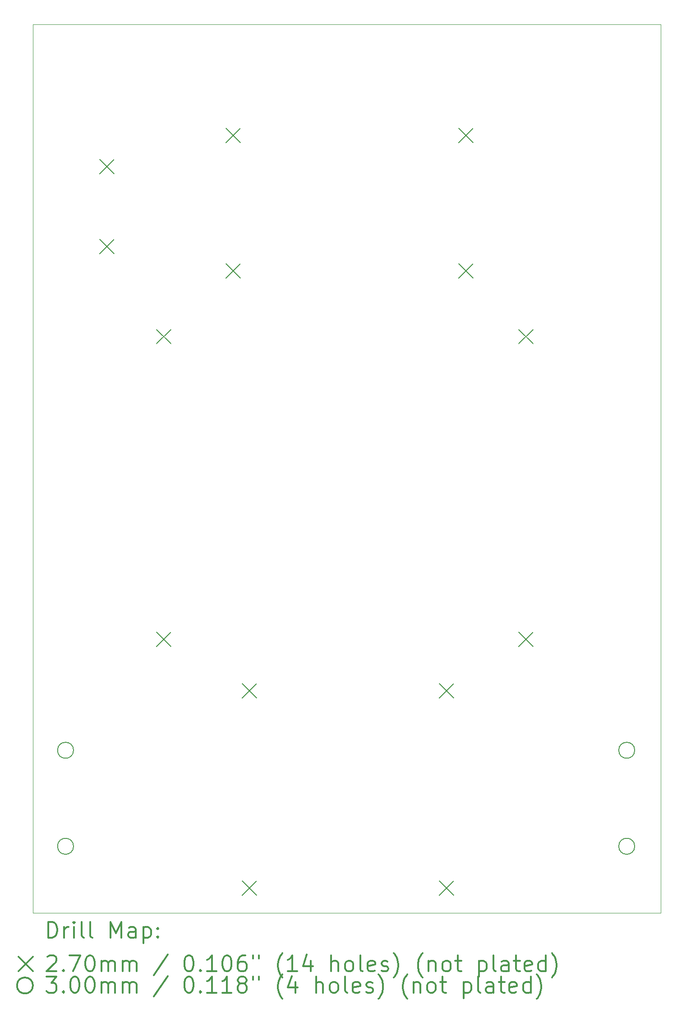
<source format=gbr>
%FSLAX45Y45*%
G04 Gerber Fmt 4.5, Leading zero omitted, Abs format (unit mm)*
G04 Created by KiCad (PCBNEW (5.1.9)-1) date 2021-05-12 16:02:21*
%MOMM*%
%LPD*%
G01*
G04 APERTURE LIST*
%TA.AperFunction,Profile*%
%ADD10C,0.050000*%
%TD*%
%ADD11C,0.200000*%
%ADD12C,0.300000*%
G04 APERTURE END LIST*
D10*
X4521200Y-22606000D02*
X5537200Y-22606000D01*
X4521200Y-22606000D02*
X4521200Y-7772400D01*
X6045200Y-22606000D02*
X5537200Y-22606000D01*
X16306800Y-22606000D02*
X6045200Y-22606000D01*
X16306800Y-5943600D02*
X16306800Y-22606000D01*
X16205200Y-5943600D02*
X16306800Y-5943600D01*
X4521200Y-5943600D02*
X16205200Y-5943600D01*
X4521200Y-6096000D02*
X4521200Y-5943600D01*
X4521200Y-7772400D02*
X4521200Y-6096000D01*
D11*
X5773800Y-8474200D02*
X6043800Y-8744200D01*
X6043800Y-8474200D02*
X5773800Y-8744200D01*
X5773800Y-9974200D02*
X6043800Y-10244200D01*
X6043800Y-9974200D02*
X5773800Y-10244200D01*
X6839000Y-11665800D02*
X7109000Y-11935800D01*
X7109000Y-11665800D02*
X6839000Y-11935800D01*
X6839000Y-17340200D02*
X7109000Y-17610200D01*
X7109000Y-17340200D02*
X6839000Y-17610200D01*
X8145400Y-7891400D02*
X8415400Y-8161400D01*
X8415400Y-7891400D02*
X8145400Y-8161400D01*
X8145400Y-10431400D02*
X8415400Y-10701400D01*
X8415400Y-10431400D02*
X8145400Y-10701400D01*
X8450200Y-18305400D02*
X8720200Y-18575400D01*
X8720200Y-18305400D02*
X8450200Y-18575400D01*
X8450200Y-22005400D02*
X8720200Y-22275400D01*
X8720200Y-22005400D02*
X8450200Y-22275400D01*
X12150200Y-18305400D02*
X12420200Y-18575400D01*
X12420200Y-18305400D02*
X12150200Y-18575400D01*
X12150200Y-22005400D02*
X12420200Y-22275400D01*
X12420200Y-22005400D02*
X12150200Y-22275400D01*
X12514200Y-7891400D02*
X12784200Y-8161400D01*
X12784200Y-7891400D02*
X12514200Y-8161400D01*
X12514200Y-10431400D02*
X12784200Y-10701400D01*
X12784200Y-10431400D02*
X12514200Y-10701400D01*
X13639000Y-11665800D02*
X13909000Y-11935800D01*
X13909000Y-11665800D02*
X13639000Y-11935800D01*
X13639000Y-17340200D02*
X13909000Y-17610200D01*
X13909000Y-17340200D02*
X13639000Y-17610200D01*
X5280800Y-19558000D02*
G75*
G03*
X5280800Y-19558000I-150000J0D01*
G01*
X5280800Y-21358000D02*
G75*
G03*
X5280800Y-21358000I-150000J0D01*
G01*
X15815400Y-19558000D02*
G75*
G03*
X15815400Y-19558000I-150000J0D01*
G01*
X15815400Y-21358000D02*
G75*
G03*
X15815400Y-21358000I-150000J0D01*
G01*
D12*
X4805128Y-23074214D02*
X4805128Y-22774214D01*
X4876557Y-22774214D01*
X4919414Y-22788500D01*
X4947986Y-22817071D01*
X4962271Y-22845643D01*
X4976557Y-22902786D01*
X4976557Y-22945643D01*
X4962271Y-23002786D01*
X4947986Y-23031357D01*
X4919414Y-23059929D01*
X4876557Y-23074214D01*
X4805128Y-23074214D01*
X5105128Y-23074214D02*
X5105128Y-22874214D01*
X5105128Y-22931357D02*
X5119414Y-22902786D01*
X5133700Y-22888500D01*
X5162271Y-22874214D01*
X5190843Y-22874214D01*
X5290843Y-23074214D02*
X5290843Y-22874214D01*
X5290843Y-22774214D02*
X5276557Y-22788500D01*
X5290843Y-22802786D01*
X5305128Y-22788500D01*
X5290843Y-22774214D01*
X5290843Y-22802786D01*
X5476557Y-23074214D02*
X5447986Y-23059929D01*
X5433700Y-23031357D01*
X5433700Y-22774214D01*
X5633700Y-23074214D02*
X5605128Y-23059929D01*
X5590843Y-23031357D01*
X5590843Y-22774214D01*
X5976557Y-23074214D02*
X5976557Y-22774214D01*
X6076557Y-22988500D01*
X6176557Y-22774214D01*
X6176557Y-23074214D01*
X6447986Y-23074214D02*
X6447986Y-22917071D01*
X6433700Y-22888500D01*
X6405128Y-22874214D01*
X6347986Y-22874214D01*
X6319414Y-22888500D01*
X6447986Y-23059929D02*
X6419414Y-23074214D01*
X6347986Y-23074214D01*
X6319414Y-23059929D01*
X6305128Y-23031357D01*
X6305128Y-23002786D01*
X6319414Y-22974214D01*
X6347986Y-22959929D01*
X6419414Y-22959929D01*
X6447986Y-22945643D01*
X6590843Y-22874214D02*
X6590843Y-23174214D01*
X6590843Y-22888500D02*
X6619414Y-22874214D01*
X6676557Y-22874214D01*
X6705128Y-22888500D01*
X6719414Y-22902786D01*
X6733700Y-22931357D01*
X6733700Y-23017071D01*
X6719414Y-23045643D01*
X6705128Y-23059929D01*
X6676557Y-23074214D01*
X6619414Y-23074214D01*
X6590843Y-23059929D01*
X6862271Y-23045643D02*
X6876557Y-23059929D01*
X6862271Y-23074214D01*
X6847986Y-23059929D01*
X6862271Y-23045643D01*
X6862271Y-23074214D01*
X6862271Y-22888500D02*
X6876557Y-22902786D01*
X6862271Y-22917071D01*
X6847986Y-22902786D01*
X6862271Y-22888500D01*
X6862271Y-22917071D01*
X4248700Y-23433500D02*
X4518700Y-23703500D01*
X4518700Y-23433500D02*
X4248700Y-23703500D01*
X4790843Y-23432786D02*
X4805128Y-23418500D01*
X4833700Y-23404214D01*
X4905128Y-23404214D01*
X4933700Y-23418500D01*
X4947986Y-23432786D01*
X4962271Y-23461357D01*
X4962271Y-23489929D01*
X4947986Y-23532786D01*
X4776557Y-23704214D01*
X4962271Y-23704214D01*
X5090843Y-23675643D02*
X5105128Y-23689929D01*
X5090843Y-23704214D01*
X5076557Y-23689929D01*
X5090843Y-23675643D01*
X5090843Y-23704214D01*
X5205128Y-23404214D02*
X5405128Y-23404214D01*
X5276557Y-23704214D01*
X5576557Y-23404214D02*
X5605128Y-23404214D01*
X5633700Y-23418500D01*
X5647986Y-23432786D01*
X5662271Y-23461357D01*
X5676557Y-23518500D01*
X5676557Y-23589929D01*
X5662271Y-23647071D01*
X5647986Y-23675643D01*
X5633700Y-23689929D01*
X5605128Y-23704214D01*
X5576557Y-23704214D01*
X5547986Y-23689929D01*
X5533700Y-23675643D01*
X5519414Y-23647071D01*
X5505128Y-23589929D01*
X5505128Y-23518500D01*
X5519414Y-23461357D01*
X5533700Y-23432786D01*
X5547986Y-23418500D01*
X5576557Y-23404214D01*
X5805128Y-23704214D02*
X5805128Y-23504214D01*
X5805128Y-23532786D02*
X5819414Y-23518500D01*
X5847986Y-23504214D01*
X5890843Y-23504214D01*
X5919414Y-23518500D01*
X5933700Y-23547071D01*
X5933700Y-23704214D01*
X5933700Y-23547071D02*
X5947986Y-23518500D01*
X5976557Y-23504214D01*
X6019414Y-23504214D01*
X6047986Y-23518500D01*
X6062271Y-23547071D01*
X6062271Y-23704214D01*
X6205128Y-23704214D02*
X6205128Y-23504214D01*
X6205128Y-23532786D02*
X6219414Y-23518500D01*
X6247986Y-23504214D01*
X6290843Y-23504214D01*
X6319414Y-23518500D01*
X6333700Y-23547071D01*
X6333700Y-23704214D01*
X6333700Y-23547071D02*
X6347986Y-23518500D01*
X6376557Y-23504214D01*
X6419414Y-23504214D01*
X6447986Y-23518500D01*
X6462271Y-23547071D01*
X6462271Y-23704214D01*
X7047986Y-23389929D02*
X6790843Y-23775643D01*
X7433700Y-23404214D02*
X7462271Y-23404214D01*
X7490843Y-23418500D01*
X7505128Y-23432786D01*
X7519414Y-23461357D01*
X7533700Y-23518500D01*
X7533700Y-23589929D01*
X7519414Y-23647071D01*
X7505128Y-23675643D01*
X7490843Y-23689929D01*
X7462271Y-23704214D01*
X7433700Y-23704214D01*
X7405128Y-23689929D01*
X7390843Y-23675643D01*
X7376557Y-23647071D01*
X7362271Y-23589929D01*
X7362271Y-23518500D01*
X7376557Y-23461357D01*
X7390843Y-23432786D01*
X7405128Y-23418500D01*
X7433700Y-23404214D01*
X7662271Y-23675643D02*
X7676557Y-23689929D01*
X7662271Y-23704214D01*
X7647986Y-23689929D01*
X7662271Y-23675643D01*
X7662271Y-23704214D01*
X7962271Y-23704214D02*
X7790843Y-23704214D01*
X7876557Y-23704214D02*
X7876557Y-23404214D01*
X7847986Y-23447071D01*
X7819414Y-23475643D01*
X7790843Y-23489929D01*
X8147986Y-23404214D02*
X8176557Y-23404214D01*
X8205128Y-23418500D01*
X8219414Y-23432786D01*
X8233700Y-23461357D01*
X8247986Y-23518500D01*
X8247986Y-23589929D01*
X8233700Y-23647071D01*
X8219414Y-23675643D01*
X8205128Y-23689929D01*
X8176557Y-23704214D01*
X8147986Y-23704214D01*
X8119414Y-23689929D01*
X8105128Y-23675643D01*
X8090843Y-23647071D01*
X8076557Y-23589929D01*
X8076557Y-23518500D01*
X8090843Y-23461357D01*
X8105128Y-23432786D01*
X8119414Y-23418500D01*
X8147986Y-23404214D01*
X8505128Y-23404214D02*
X8447986Y-23404214D01*
X8419414Y-23418500D01*
X8405128Y-23432786D01*
X8376557Y-23475643D01*
X8362271Y-23532786D01*
X8362271Y-23647071D01*
X8376557Y-23675643D01*
X8390843Y-23689929D01*
X8419414Y-23704214D01*
X8476557Y-23704214D01*
X8505128Y-23689929D01*
X8519414Y-23675643D01*
X8533700Y-23647071D01*
X8533700Y-23575643D01*
X8519414Y-23547071D01*
X8505128Y-23532786D01*
X8476557Y-23518500D01*
X8419414Y-23518500D01*
X8390843Y-23532786D01*
X8376557Y-23547071D01*
X8362271Y-23575643D01*
X8647986Y-23404214D02*
X8647986Y-23461357D01*
X8762271Y-23404214D02*
X8762271Y-23461357D01*
X9205128Y-23818500D02*
X9190843Y-23804214D01*
X9162271Y-23761357D01*
X9147986Y-23732786D01*
X9133700Y-23689929D01*
X9119414Y-23618500D01*
X9119414Y-23561357D01*
X9133700Y-23489929D01*
X9147986Y-23447071D01*
X9162271Y-23418500D01*
X9190843Y-23375643D01*
X9205128Y-23361357D01*
X9476557Y-23704214D02*
X9305128Y-23704214D01*
X9390843Y-23704214D02*
X9390843Y-23404214D01*
X9362271Y-23447071D01*
X9333700Y-23475643D01*
X9305128Y-23489929D01*
X9733700Y-23504214D02*
X9733700Y-23704214D01*
X9662271Y-23389929D02*
X9590843Y-23604214D01*
X9776557Y-23604214D01*
X10119414Y-23704214D02*
X10119414Y-23404214D01*
X10247986Y-23704214D02*
X10247986Y-23547071D01*
X10233700Y-23518500D01*
X10205128Y-23504214D01*
X10162271Y-23504214D01*
X10133700Y-23518500D01*
X10119414Y-23532786D01*
X10433700Y-23704214D02*
X10405128Y-23689929D01*
X10390843Y-23675643D01*
X10376557Y-23647071D01*
X10376557Y-23561357D01*
X10390843Y-23532786D01*
X10405128Y-23518500D01*
X10433700Y-23504214D01*
X10476557Y-23504214D01*
X10505128Y-23518500D01*
X10519414Y-23532786D01*
X10533700Y-23561357D01*
X10533700Y-23647071D01*
X10519414Y-23675643D01*
X10505128Y-23689929D01*
X10476557Y-23704214D01*
X10433700Y-23704214D01*
X10705128Y-23704214D02*
X10676557Y-23689929D01*
X10662271Y-23661357D01*
X10662271Y-23404214D01*
X10933700Y-23689929D02*
X10905128Y-23704214D01*
X10847986Y-23704214D01*
X10819414Y-23689929D01*
X10805128Y-23661357D01*
X10805128Y-23547071D01*
X10819414Y-23518500D01*
X10847986Y-23504214D01*
X10905128Y-23504214D01*
X10933700Y-23518500D01*
X10947986Y-23547071D01*
X10947986Y-23575643D01*
X10805128Y-23604214D01*
X11062271Y-23689929D02*
X11090843Y-23704214D01*
X11147986Y-23704214D01*
X11176557Y-23689929D01*
X11190843Y-23661357D01*
X11190843Y-23647071D01*
X11176557Y-23618500D01*
X11147986Y-23604214D01*
X11105128Y-23604214D01*
X11076557Y-23589929D01*
X11062271Y-23561357D01*
X11062271Y-23547071D01*
X11076557Y-23518500D01*
X11105128Y-23504214D01*
X11147986Y-23504214D01*
X11176557Y-23518500D01*
X11290843Y-23818500D02*
X11305128Y-23804214D01*
X11333700Y-23761357D01*
X11347986Y-23732786D01*
X11362271Y-23689929D01*
X11376557Y-23618500D01*
X11376557Y-23561357D01*
X11362271Y-23489929D01*
X11347986Y-23447071D01*
X11333700Y-23418500D01*
X11305128Y-23375643D01*
X11290843Y-23361357D01*
X11833700Y-23818500D02*
X11819414Y-23804214D01*
X11790843Y-23761357D01*
X11776557Y-23732786D01*
X11762271Y-23689929D01*
X11747986Y-23618500D01*
X11747986Y-23561357D01*
X11762271Y-23489929D01*
X11776557Y-23447071D01*
X11790843Y-23418500D01*
X11819414Y-23375643D01*
X11833700Y-23361357D01*
X11947986Y-23504214D02*
X11947986Y-23704214D01*
X11947986Y-23532786D02*
X11962271Y-23518500D01*
X11990843Y-23504214D01*
X12033700Y-23504214D01*
X12062271Y-23518500D01*
X12076557Y-23547071D01*
X12076557Y-23704214D01*
X12262271Y-23704214D02*
X12233700Y-23689929D01*
X12219414Y-23675643D01*
X12205128Y-23647071D01*
X12205128Y-23561357D01*
X12219414Y-23532786D01*
X12233700Y-23518500D01*
X12262271Y-23504214D01*
X12305128Y-23504214D01*
X12333700Y-23518500D01*
X12347986Y-23532786D01*
X12362271Y-23561357D01*
X12362271Y-23647071D01*
X12347986Y-23675643D01*
X12333700Y-23689929D01*
X12305128Y-23704214D01*
X12262271Y-23704214D01*
X12447986Y-23504214D02*
X12562271Y-23504214D01*
X12490843Y-23404214D02*
X12490843Y-23661357D01*
X12505128Y-23689929D01*
X12533700Y-23704214D01*
X12562271Y-23704214D01*
X12890843Y-23504214D02*
X12890843Y-23804214D01*
X12890843Y-23518500D02*
X12919414Y-23504214D01*
X12976557Y-23504214D01*
X13005128Y-23518500D01*
X13019414Y-23532786D01*
X13033700Y-23561357D01*
X13033700Y-23647071D01*
X13019414Y-23675643D01*
X13005128Y-23689929D01*
X12976557Y-23704214D01*
X12919414Y-23704214D01*
X12890843Y-23689929D01*
X13205128Y-23704214D02*
X13176557Y-23689929D01*
X13162271Y-23661357D01*
X13162271Y-23404214D01*
X13447986Y-23704214D02*
X13447986Y-23547071D01*
X13433700Y-23518500D01*
X13405128Y-23504214D01*
X13347986Y-23504214D01*
X13319414Y-23518500D01*
X13447986Y-23689929D02*
X13419414Y-23704214D01*
X13347986Y-23704214D01*
X13319414Y-23689929D01*
X13305128Y-23661357D01*
X13305128Y-23632786D01*
X13319414Y-23604214D01*
X13347986Y-23589929D01*
X13419414Y-23589929D01*
X13447986Y-23575643D01*
X13547986Y-23504214D02*
X13662271Y-23504214D01*
X13590843Y-23404214D02*
X13590843Y-23661357D01*
X13605128Y-23689929D01*
X13633700Y-23704214D01*
X13662271Y-23704214D01*
X13876557Y-23689929D02*
X13847986Y-23704214D01*
X13790843Y-23704214D01*
X13762271Y-23689929D01*
X13747986Y-23661357D01*
X13747986Y-23547071D01*
X13762271Y-23518500D01*
X13790843Y-23504214D01*
X13847986Y-23504214D01*
X13876557Y-23518500D01*
X13890843Y-23547071D01*
X13890843Y-23575643D01*
X13747986Y-23604214D01*
X14147986Y-23704214D02*
X14147986Y-23404214D01*
X14147986Y-23689929D02*
X14119414Y-23704214D01*
X14062271Y-23704214D01*
X14033700Y-23689929D01*
X14019414Y-23675643D01*
X14005128Y-23647071D01*
X14005128Y-23561357D01*
X14019414Y-23532786D01*
X14033700Y-23518500D01*
X14062271Y-23504214D01*
X14119414Y-23504214D01*
X14147986Y-23518500D01*
X14262271Y-23818500D02*
X14276557Y-23804214D01*
X14305128Y-23761357D01*
X14319414Y-23732786D01*
X14333700Y-23689929D01*
X14347986Y-23618500D01*
X14347986Y-23561357D01*
X14333700Y-23489929D01*
X14319414Y-23447071D01*
X14305128Y-23418500D01*
X14276557Y-23375643D01*
X14262271Y-23361357D01*
X4518700Y-23968500D02*
G75*
G03*
X4518700Y-23968500I-150000J0D01*
G01*
X4776557Y-23804214D02*
X4962271Y-23804214D01*
X4862271Y-23918500D01*
X4905128Y-23918500D01*
X4933700Y-23932786D01*
X4947986Y-23947071D01*
X4962271Y-23975643D01*
X4962271Y-24047071D01*
X4947986Y-24075643D01*
X4933700Y-24089929D01*
X4905128Y-24104214D01*
X4819414Y-24104214D01*
X4790843Y-24089929D01*
X4776557Y-24075643D01*
X5090843Y-24075643D02*
X5105128Y-24089929D01*
X5090843Y-24104214D01*
X5076557Y-24089929D01*
X5090843Y-24075643D01*
X5090843Y-24104214D01*
X5290843Y-23804214D02*
X5319414Y-23804214D01*
X5347986Y-23818500D01*
X5362271Y-23832786D01*
X5376557Y-23861357D01*
X5390843Y-23918500D01*
X5390843Y-23989929D01*
X5376557Y-24047071D01*
X5362271Y-24075643D01*
X5347986Y-24089929D01*
X5319414Y-24104214D01*
X5290843Y-24104214D01*
X5262271Y-24089929D01*
X5247986Y-24075643D01*
X5233700Y-24047071D01*
X5219414Y-23989929D01*
X5219414Y-23918500D01*
X5233700Y-23861357D01*
X5247986Y-23832786D01*
X5262271Y-23818500D01*
X5290843Y-23804214D01*
X5576557Y-23804214D02*
X5605128Y-23804214D01*
X5633700Y-23818500D01*
X5647986Y-23832786D01*
X5662271Y-23861357D01*
X5676557Y-23918500D01*
X5676557Y-23989929D01*
X5662271Y-24047071D01*
X5647986Y-24075643D01*
X5633700Y-24089929D01*
X5605128Y-24104214D01*
X5576557Y-24104214D01*
X5547986Y-24089929D01*
X5533700Y-24075643D01*
X5519414Y-24047071D01*
X5505128Y-23989929D01*
X5505128Y-23918500D01*
X5519414Y-23861357D01*
X5533700Y-23832786D01*
X5547986Y-23818500D01*
X5576557Y-23804214D01*
X5805128Y-24104214D02*
X5805128Y-23904214D01*
X5805128Y-23932786D02*
X5819414Y-23918500D01*
X5847986Y-23904214D01*
X5890843Y-23904214D01*
X5919414Y-23918500D01*
X5933700Y-23947071D01*
X5933700Y-24104214D01*
X5933700Y-23947071D02*
X5947986Y-23918500D01*
X5976557Y-23904214D01*
X6019414Y-23904214D01*
X6047986Y-23918500D01*
X6062271Y-23947071D01*
X6062271Y-24104214D01*
X6205128Y-24104214D02*
X6205128Y-23904214D01*
X6205128Y-23932786D02*
X6219414Y-23918500D01*
X6247986Y-23904214D01*
X6290843Y-23904214D01*
X6319414Y-23918500D01*
X6333700Y-23947071D01*
X6333700Y-24104214D01*
X6333700Y-23947071D02*
X6347986Y-23918500D01*
X6376557Y-23904214D01*
X6419414Y-23904214D01*
X6447986Y-23918500D01*
X6462271Y-23947071D01*
X6462271Y-24104214D01*
X7047986Y-23789929D02*
X6790843Y-24175643D01*
X7433700Y-23804214D02*
X7462271Y-23804214D01*
X7490843Y-23818500D01*
X7505128Y-23832786D01*
X7519414Y-23861357D01*
X7533700Y-23918500D01*
X7533700Y-23989929D01*
X7519414Y-24047071D01*
X7505128Y-24075643D01*
X7490843Y-24089929D01*
X7462271Y-24104214D01*
X7433700Y-24104214D01*
X7405128Y-24089929D01*
X7390843Y-24075643D01*
X7376557Y-24047071D01*
X7362271Y-23989929D01*
X7362271Y-23918500D01*
X7376557Y-23861357D01*
X7390843Y-23832786D01*
X7405128Y-23818500D01*
X7433700Y-23804214D01*
X7662271Y-24075643D02*
X7676557Y-24089929D01*
X7662271Y-24104214D01*
X7647986Y-24089929D01*
X7662271Y-24075643D01*
X7662271Y-24104214D01*
X7962271Y-24104214D02*
X7790843Y-24104214D01*
X7876557Y-24104214D02*
X7876557Y-23804214D01*
X7847986Y-23847071D01*
X7819414Y-23875643D01*
X7790843Y-23889929D01*
X8247986Y-24104214D02*
X8076557Y-24104214D01*
X8162271Y-24104214D02*
X8162271Y-23804214D01*
X8133700Y-23847071D01*
X8105128Y-23875643D01*
X8076557Y-23889929D01*
X8419414Y-23932786D02*
X8390843Y-23918500D01*
X8376557Y-23904214D01*
X8362271Y-23875643D01*
X8362271Y-23861357D01*
X8376557Y-23832786D01*
X8390843Y-23818500D01*
X8419414Y-23804214D01*
X8476557Y-23804214D01*
X8505128Y-23818500D01*
X8519414Y-23832786D01*
X8533700Y-23861357D01*
X8533700Y-23875643D01*
X8519414Y-23904214D01*
X8505128Y-23918500D01*
X8476557Y-23932786D01*
X8419414Y-23932786D01*
X8390843Y-23947071D01*
X8376557Y-23961357D01*
X8362271Y-23989929D01*
X8362271Y-24047071D01*
X8376557Y-24075643D01*
X8390843Y-24089929D01*
X8419414Y-24104214D01*
X8476557Y-24104214D01*
X8505128Y-24089929D01*
X8519414Y-24075643D01*
X8533700Y-24047071D01*
X8533700Y-23989929D01*
X8519414Y-23961357D01*
X8505128Y-23947071D01*
X8476557Y-23932786D01*
X8647986Y-23804214D02*
X8647986Y-23861357D01*
X8762271Y-23804214D02*
X8762271Y-23861357D01*
X9205128Y-24218500D02*
X9190843Y-24204214D01*
X9162271Y-24161357D01*
X9147986Y-24132786D01*
X9133700Y-24089929D01*
X9119414Y-24018500D01*
X9119414Y-23961357D01*
X9133700Y-23889929D01*
X9147986Y-23847071D01*
X9162271Y-23818500D01*
X9190843Y-23775643D01*
X9205128Y-23761357D01*
X9447986Y-23904214D02*
X9447986Y-24104214D01*
X9376557Y-23789929D02*
X9305128Y-24004214D01*
X9490843Y-24004214D01*
X9833700Y-24104214D02*
X9833700Y-23804214D01*
X9962271Y-24104214D02*
X9962271Y-23947071D01*
X9947986Y-23918500D01*
X9919414Y-23904214D01*
X9876557Y-23904214D01*
X9847986Y-23918500D01*
X9833700Y-23932786D01*
X10147986Y-24104214D02*
X10119414Y-24089929D01*
X10105128Y-24075643D01*
X10090843Y-24047071D01*
X10090843Y-23961357D01*
X10105128Y-23932786D01*
X10119414Y-23918500D01*
X10147986Y-23904214D01*
X10190843Y-23904214D01*
X10219414Y-23918500D01*
X10233700Y-23932786D01*
X10247986Y-23961357D01*
X10247986Y-24047071D01*
X10233700Y-24075643D01*
X10219414Y-24089929D01*
X10190843Y-24104214D01*
X10147986Y-24104214D01*
X10419414Y-24104214D02*
X10390843Y-24089929D01*
X10376557Y-24061357D01*
X10376557Y-23804214D01*
X10647986Y-24089929D02*
X10619414Y-24104214D01*
X10562271Y-24104214D01*
X10533700Y-24089929D01*
X10519414Y-24061357D01*
X10519414Y-23947071D01*
X10533700Y-23918500D01*
X10562271Y-23904214D01*
X10619414Y-23904214D01*
X10647986Y-23918500D01*
X10662271Y-23947071D01*
X10662271Y-23975643D01*
X10519414Y-24004214D01*
X10776557Y-24089929D02*
X10805128Y-24104214D01*
X10862271Y-24104214D01*
X10890843Y-24089929D01*
X10905128Y-24061357D01*
X10905128Y-24047071D01*
X10890843Y-24018500D01*
X10862271Y-24004214D01*
X10819414Y-24004214D01*
X10790843Y-23989929D01*
X10776557Y-23961357D01*
X10776557Y-23947071D01*
X10790843Y-23918500D01*
X10819414Y-23904214D01*
X10862271Y-23904214D01*
X10890843Y-23918500D01*
X11005128Y-24218500D02*
X11019414Y-24204214D01*
X11047986Y-24161357D01*
X11062271Y-24132786D01*
X11076557Y-24089929D01*
X11090843Y-24018500D01*
X11090843Y-23961357D01*
X11076557Y-23889929D01*
X11062271Y-23847071D01*
X11047986Y-23818500D01*
X11019414Y-23775643D01*
X11005128Y-23761357D01*
X11547986Y-24218500D02*
X11533700Y-24204214D01*
X11505128Y-24161357D01*
X11490843Y-24132786D01*
X11476557Y-24089929D01*
X11462271Y-24018500D01*
X11462271Y-23961357D01*
X11476557Y-23889929D01*
X11490843Y-23847071D01*
X11505128Y-23818500D01*
X11533700Y-23775643D01*
X11547986Y-23761357D01*
X11662271Y-23904214D02*
X11662271Y-24104214D01*
X11662271Y-23932786D02*
X11676557Y-23918500D01*
X11705128Y-23904214D01*
X11747986Y-23904214D01*
X11776557Y-23918500D01*
X11790843Y-23947071D01*
X11790843Y-24104214D01*
X11976557Y-24104214D02*
X11947986Y-24089929D01*
X11933700Y-24075643D01*
X11919414Y-24047071D01*
X11919414Y-23961357D01*
X11933700Y-23932786D01*
X11947986Y-23918500D01*
X11976557Y-23904214D01*
X12019414Y-23904214D01*
X12047986Y-23918500D01*
X12062271Y-23932786D01*
X12076557Y-23961357D01*
X12076557Y-24047071D01*
X12062271Y-24075643D01*
X12047986Y-24089929D01*
X12019414Y-24104214D01*
X11976557Y-24104214D01*
X12162271Y-23904214D02*
X12276557Y-23904214D01*
X12205128Y-23804214D02*
X12205128Y-24061357D01*
X12219414Y-24089929D01*
X12247986Y-24104214D01*
X12276557Y-24104214D01*
X12605128Y-23904214D02*
X12605128Y-24204214D01*
X12605128Y-23918500D02*
X12633700Y-23904214D01*
X12690843Y-23904214D01*
X12719414Y-23918500D01*
X12733700Y-23932786D01*
X12747986Y-23961357D01*
X12747986Y-24047071D01*
X12733700Y-24075643D01*
X12719414Y-24089929D01*
X12690843Y-24104214D01*
X12633700Y-24104214D01*
X12605128Y-24089929D01*
X12919414Y-24104214D02*
X12890843Y-24089929D01*
X12876557Y-24061357D01*
X12876557Y-23804214D01*
X13162271Y-24104214D02*
X13162271Y-23947071D01*
X13147986Y-23918500D01*
X13119414Y-23904214D01*
X13062271Y-23904214D01*
X13033700Y-23918500D01*
X13162271Y-24089929D02*
X13133700Y-24104214D01*
X13062271Y-24104214D01*
X13033700Y-24089929D01*
X13019414Y-24061357D01*
X13019414Y-24032786D01*
X13033700Y-24004214D01*
X13062271Y-23989929D01*
X13133700Y-23989929D01*
X13162271Y-23975643D01*
X13262271Y-23904214D02*
X13376557Y-23904214D01*
X13305128Y-23804214D02*
X13305128Y-24061357D01*
X13319414Y-24089929D01*
X13347986Y-24104214D01*
X13376557Y-24104214D01*
X13590843Y-24089929D02*
X13562271Y-24104214D01*
X13505128Y-24104214D01*
X13476557Y-24089929D01*
X13462271Y-24061357D01*
X13462271Y-23947071D01*
X13476557Y-23918500D01*
X13505128Y-23904214D01*
X13562271Y-23904214D01*
X13590843Y-23918500D01*
X13605128Y-23947071D01*
X13605128Y-23975643D01*
X13462271Y-24004214D01*
X13862271Y-24104214D02*
X13862271Y-23804214D01*
X13862271Y-24089929D02*
X13833700Y-24104214D01*
X13776557Y-24104214D01*
X13747986Y-24089929D01*
X13733700Y-24075643D01*
X13719414Y-24047071D01*
X13719414Y-23961357D01*
X13733700Y-23932786D01*
X13747986Y-23918500D01*
X13776557Y-23904214D01*
X13833700Y-23904214D01*
X13862271Y-23918500D01*
X13976557Y-24218500D02*
X13990843Y-24204214D01*
X14019414Y-24161357D01*
X14033700Y-24132786D01*
X14047986Y-24089929D01*
X14062271Y-24018500D01*
X14062271Y-23961357D01*
X14047986Y-23889929D01*
X14033700Y-23847071D01*
X14019414Y-23818500D01*
X13990843Y-23775643D01*
X13976557Y-23761357D01*
M02*

</source>
